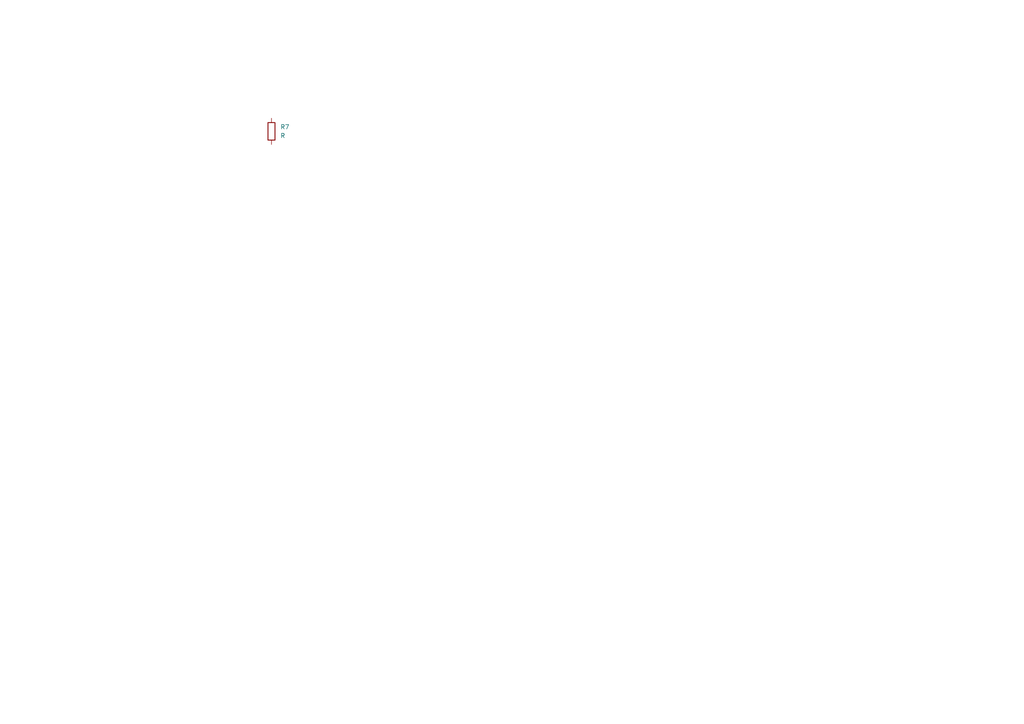
<source format=kicad_sch>
(kicad_sch (version 20250114) (generator "eeschema") (generator_version "9.0")
  (paper "A4")
  (lib_symbols
    (symbol "Device:R" (pin_numbers (hide yes)) (pin_names (offset 0))
      (property "Reference" "R" (at 2.032 0 90))
      (property "Value" "R" (at 0 0 90))
      (symbol "R_0_1"
        (rectangle (start -1.016 -2.54) (end 1.016 2.54) (stroke (width 0.254)))
      )
      (symbol "R_1_1"
        (pin passive line (at 0 3.81 270) (length 1.27) (name "~") (number "1"))
        (pin passive line (at 0 -3.81 90) (length 1.27) (name "~") (number "2"))
      )
    )
  )
  (symbol (lib_id "Device:R") (at 78.74 38.1 0) (unit 1)
    (property "Reference" "R7" (at 81.28 36.8299 0) (effects (justify left)))
    (property "Value" "R" (at 81.28 39.3699 0) (effects (justify left)))
    (property "Footprint" "Resistor_SMD:R_0603_1608Metric" (effects (hide yes)))
    (property "Description" "Resistor" (effects (hide yes)))
    (instances (project "hierarchical_component_classes" (path "" (reference "R7") (unit 1)) (path "" (reference "R8") (unit 1))))
  )
)
</source>
